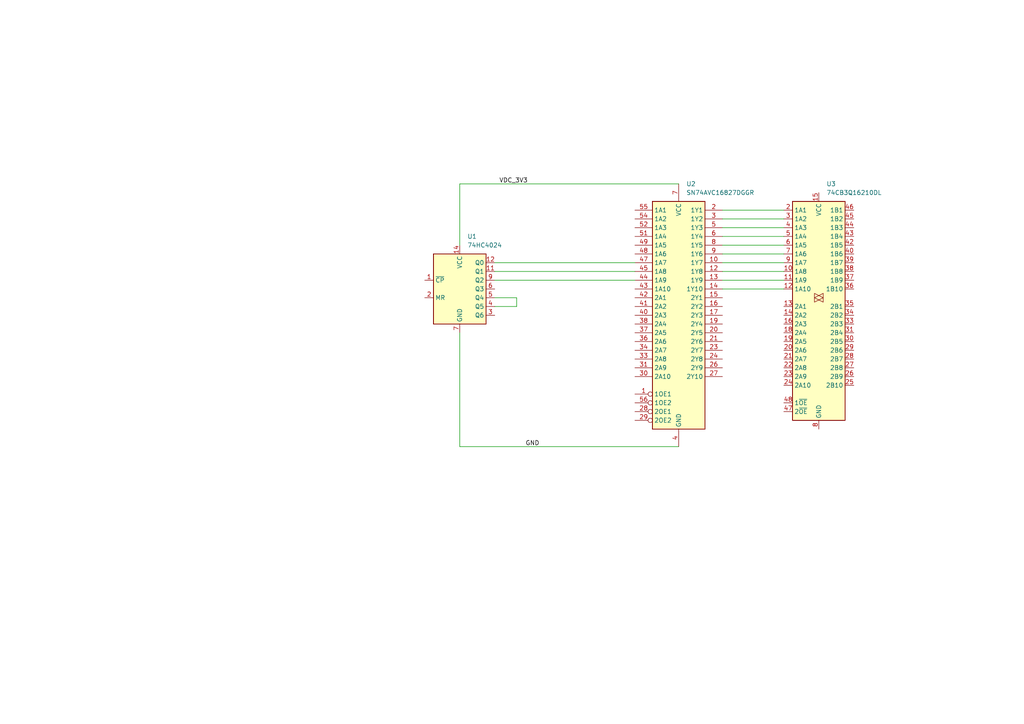
<source format=kicad_sch>
(kicad_sch (version 20230121) (generator eeschema)
  (paper "A4")
  (lib_symbols
    (symbol "74xx:74CB3Q16210DL"
      (property "Reference" "U" (at -7.62 31.75 0))
      (property "Value" "74CB3Q16210DL" (at -8.255 -34.29 0))
      (symbol "74CB3Q16210DL_0_1"
        (rectangle (start -7.62 30.48) (end 7.62 -33.02) (stroke (width 0.254)) (fill (type background)))
      )
      (symbol "74CB3Q16210DL_1_0"
        (polyline (pts (xy 1.27 2.54) (xy -1.27 3.81) (xy -1.27 1.27) (xy 1.27 2.54)) (stroke (width 0.1524)))
        (polyline (pts (xy 1.27 3.81) (xy -1.27 2.54) (xy 1.27 1.27) (xy 1.27 3.81)))
        (pin passive line (at -10.16 10.16 0) (length 2.54) (name "1A8") (number "10"))
        (pin passive line (at -10.16 7.62 0) (length 2.54) (name "1A9") (number "11"))
        (pin passive line (at -10.16 5.08 0) (length 2.54) (name "1A10") (number "12"))
        (pin passive line (at -10.16 0 0) (length 2.54) (name "2A1") (number "13"))
        (pin passive line (at -10.16 -2.54 0) (length 2.54) (name "2A2") (number "14"))
        (pin power_in line (at 0 33.02 270) (length 2.54) (name "VCC") (number "15"))
        (pin passive line (at -10.16 -5.08 0) (length 2.54) (name "2A3") (number "16"))
        (pin passive line (at 0 -35.56 90) (length 2.54) hide (name "GND") (number "17"))
        (pin passive line (at -10.16 -7.62 0) (length 2.54) (name "2A4") (number "18"))
        (pin passive line (at -10.16 -10.16 0) (length 2.54) (name "2A5") (number "19"))
        (pin passive line (at -10.16 27.94 0) (length 2.54) (name "1A1") (number "2"))
        (pin passive line (at -10.16 -12.7 0) (length 2.54) (name "2A6") (number "20"))
        (pin passive line (at -10.16 -15.24 0) (length 2.54) (name "2A7") (number "21"))
        (pin passive line (at -10.16 -17.78 0) (length 2.54) (name "2A8") (number "22"))
        (pin passive line (at -10.16 -20.32 0) (length 2.54) (name "2A9") (number "23"))
        (pin passive line (at -10.16 -22.86 0) (length 2.54) (name "2A10") (number "24"))
        (pin passive line (at 10.16 -22.86 180) (length 2.54) (name "2B10") (number "25"))
        (pin passive line (at 10.16 -20.32 180) (length 2.54) (name "2B9") (number "26"))
        (pin passive line (at 10.16 -17.78 180) (length 2.54) (name "2B8") (number "27"))
        (pin passive line (at 10.16 -15.24 180) (length 2.54) (name "2B7") (number "28"))
        (pin passive line (at 10.16 -12.7 180) (length 2.54) (name "2B6") (number "29"))
        (pin passive line (at -10.16 25.4 0) (length 2.54) (name "1A2") (number "3"))
        (pin passive line (at 10.16 -10.16 180) (length 2.54) (name "2B5") (number "30"))
        (pin passive line (at 10.16 -7.62 180) (length 2.54) (name "2B4") (number "31"))
        (pin passive line (at 0 -35.56 90) (length 2.54) hide (name "GND") (number "32"))
        (pin passive line (at 10.16 -5.08 180) (length 2.54) (name "2B3") (number "33"))
        (pin passive line (at 10.16 -2.54 180) (length 2.54) (name "2B2") (number "34"))
        (pin passive line (at 10.16 0 180) (length 2.54) (name "2B1") (number "35"))
        (pin passive line (at 10.16 5.08 180) (length 2.54) (name "1B10") (number "36"))
        (pin passive line (at 10.16 7.62 180) (length 2.54) (name "1B9") (number "37"))
        (pin passive line (at 10.16 10.16 180) (length 2.54) (name "1B8") (number "38"))
        (pin passive line (at 10.16 12.7 180) (length 2.54) (name "1B7") (number "39"))
        (pin passive line (at -10.16 22.86 0) (length 2.54) (name "1A3") (number "4"))
        (pin passive line (at 10.16 15.24 180) (length 2.54) (name "1B6") (number "40"))
        (pin passive line (at 0 -35.56 90) (length 2.54) hide (name "GND") (number "41"))
        (pin passive line (at 10.16 17.78 180) (length 2.54) (name "1B5") (number "42"))
        (pin passive line (at 10.16 20.32 180) (length 2.54) (name "1B4") (number "43"))
        (pin passive line (at 10.16 22.86 180) (length 2.54) (name "1B3") (number "44"))
        (pin passive line (at 10.16 25.4 180) (length 2.54) (name "1B2") (number "45"))
        (pin passive line (at 10.16 27.94 180) (length 2.54) (name "1B1") (number "46"))
        (pin input line (at -10.16 -30.48 0) (length 2.54) (name "2~{OE}") (number "47"))
        (pin input line (at -10.16 -27.94 0) (length 2.54) (name "1~{OE}") (number "48"))
        (pin passive line (at -10.16 20.32 0) (length 2.54) (name "1A4") (number "5"))
        (pin passive line (at -10.16 17.78 0) (length 2.54) (name "1A5") (number "6"))
        (pin passive line (at -10.16 15.24 0) (length 2.54) (name "1A6") (number "7"))
        (pin power_in line (at 0 -35.56 90) (length 2.54) (name "GND") (number "8"))
        (pin passive line (at -10.16 12.7 0) (length 2.54) (name "1A7") (number "9"))
      )
      (symbol "74CB3Q16210DL_1_1"
        (pin no_connect line (at 7.62 -30.48 180) (length 2.54) hide (name "NC") (number "1"))
      )
    )
    (symbol "74xx:74HC4024"
      (property "Reference" "U" (at -6.35 11.43 0))
      (property "Value" "74HC4024" (at 6.35 11.43 0))
      (symbol "74HC4024_0_1"
        (rectangle (start -7.62 10.16) (end 7.62 -10.16) (stroke (width 0.254)) (fill (type background)))
      )
      (symbol "74HC4024_1_0"
        (pin input line (at -10.16 2.54 0) (length 2.54) (name "~{CP}") (number "1"))
        (pin no_connect line (at -7.62 5.08 0) (length 2.54) hide (name "~") (number "10"))
        (pin output line (at 10.16 5.08 180) (length 2.54) (name "Q1") (number "11"))
        (pin output line (at 10.16 7.62 180) (length 2.54) (name "Q0") (number "12"))
        (pin no_connect line (at -7.62 -5.08 0) (length 2.54) hide (name "~") (number "13"))
        (pin power_in line (at 0 12.7 270) (length 2.54) (name "VCC") (number "14"))
        (pin input line (at -10.16 -2.54 0) (length 2.54) (name "MR") (number "2"))
        (pin output line (at 10.16 -7.62 180) (length 2.54) (name "Q6") (number "3"))
        (pin output line (at 10.16 -5.08 180) (length 2.54) (name "Q5") (number "4"))
        (pin output line (at 10.16 -2.54 180) (length 2.54) (name "Q4") (number "5"))
        (pin output line (at 10.16 0 180) (length 2.54) (name "Q3") (number "6"))
        (pin power_in line (at 0 -12.7 90) (length 2.54) (name "GND") (number "7"))
        (pin no_connect line (at -7.62 7.62 0) (length 2.54) hide (name "~") (number "8"))
        (pin output line (at 10.16 2.54 180) (length 2.54) (name "Q2") (number "9"))
      )
    )
    (symbol "74xx:SN74AVC16827DGGR"
      (property "Reference" "U" (at -6.35 34.29 0))
      (property "Value" "SN74AVC16827DGGR" (at 10.16 34.29 0))
      (symbol "SN74AVC16827DGGR_0_1"
        (rectangle (start -7.62 33.02) (end 7.62 -33.02) (stroke (width 0.254)) (fill (type background)))
      )
      (symbol "SN74AVC16827DGGR_1_1"
        (pin input inverted (at -12.7 -22.86 0) (length 5.08) (name "1OE1") (number "1"))
        (pin output line (at 12.7 15.24 180) (length 5.08) (name "1Y7") (number "10"))
        (pin passive line (at 0 -38.1 90) (length 5.08) hide (name "GND") (number "11"))
        (pin output line (at 12.7 12.7 180) (length 5.08) (name "1Y8") (number "12"))
        (pin output line (at 12.7 10.16 180) (length 5.08) (name "1Y9") (number "13"))
        (pin output line (at 12.7 7.62 180) (length 5.08) (name "1Y10") (number "14"))
        (pin output line (at 12.7 5.08 180) (length 5.08) (name "2Y1") (number "15"))
        (pin output line (at 12.7 2.54 180) (length 5.08) (name "2Y2") (number "16"))
        (pin output line (at 12.7 0 180) (length 5.08) (name "2Y3") (number "17"))
        (pin passive line (at 0 -38.1 90) (length 5.08) hide (name "GND") (number "18"))
        (pin output line (at 12.7 -2.54 180) (length 5.08) (name "2Y4") (number "19"))
        (pin output line (at 12.7 30.48 180) (length 5.08) (name "1Y1") (number "2"))
        (pin output line (at 12.7 -5.08 180) (length 5.08) (name "2Y5") (number "20"))
        (pin output line (at 12.7 -7.62 180) (length 5.08) (name "2Y6") (number "21"))
        (pin passive line (at 0 38.1 270) (length 5.08) hide (name "VCC") (number "22"))
        (pin output line (at 12.7 -10.16 180) (length 5.08) (name "2Y7") (number "23"))
        (pin output line (at 12.7 -12.7 180) (length 5.08) (name "2Y8") (number "24"))
        (pin passive line (at 0 -38.1 90) (length 5.08) hide (name "GND") (number "25"))
        (pin output line (at 12.7 -15.24 180) (length 5.08) (name "2Y9") (number "26"))
        (pin output line (at 12.7 -17.78 180) (length 5.08) (name "2Y10") (number "27"))
        (pin input inverted (at -12.7 -27.94 0) (length 5.08) (name "2OE1") (number "28"))
        (pin input inverted (at -12.7 -30.48 0) (length 5.08) (name "2OE2") (number "29"))
        (pin output line (at 12.7 27.94 180) (length 5.08) (name "1Y2") (number "3"))
        (pin input line (at -12.7 -17.78 0) (length 5.08) (name "2A10") (number "30"))
        (pin input line (at -12.7 -15.24 0) (length 5.08) (name "2A9") (number "31"))
        (pin passive line (at 0 -38.1 90) (length 5.08) hide (name "GND") (number "32"))
        (pin input line (at -12.7 -12.7 0) (length 5.08) (name "2A8") (number "33"))
        (pin input line (at -12.7 -10.16 0) (length 5.08) (name "2A7") (number "34"))
        (pin passive line (at 0 38.1 270) (length 5.08) hide (name "VCC") (number "35"))
        (pin input line (at -12.7 -7.62 0) (length 5.08) (name "2A6") (number "36"))
        (pin input line (at -12.7 -5.08 0) (length 5.08) (name "2A5") (number "37"))
        (pin input line (at -12.7 -2.54 0) (length 5.08) (name "2A4") (number "38"))
        (pin passive line (at 0 -38.1 90) (length 5.08) hide (name "GND") (number "39"))
        (pin power_in line (at 0 -38.1 90) (length 5.08) (name "GND") (number "4"))
        (pin input line (at -12.7 0 0) (length 5.08) (name "2A3") (number "40"))
        (pin input line (at -12.7 2.54 0) (length 5.08) (name "2A2") (number "41"))
        (pin input line (at -12.7 5.08 0) (length 5.08) (name "2A1") (number "42"))
        (pin input line (at -12.7 7.62 0) (length 5.08) (name "1A10") (number "43"))
        (pin input line (at -12.7 10.16 0) (length 5.08) (name "1A9") (number "44"))
        (pin input line (at -12.7 12.7 0) (length 5.08) (name "1A8") (number "45"))
        (pin passive line (at 0 -38.1 90) (length 5.08) hide (name "GND") (number "46"))
        (pin input line (at -12.7 15.24 0) (length 5.08) (name "1A7") (number "47"))
        (pin input line (at -12.7 17.78 0) (length 5.08) (name "1A6") (number "48"))
        (pin input line (at -12.7 20.32 0) (length 5.08) (name "1A5") (number "49"))
        (pin output line (at 12.7 25.4 180) (length 5.08) (name "1Y3") (number "5"))
        (pin passive line (at 0 38.1 270) (length 5.08) hide (name "VCC") (number "50"))
        (pin input line (at -12.7 22.86 0) (length 5.08) (name "1A4") (number "51"))
        (pin input line (at -12.7 25.4 0) (length 5.08) (name "1A3") (number "52"))
        (pin passive line (at 0 -38.1 90) (length 5.08) hide (name "GND") (number "53"))
        (pin input line (at -12.7 27.94 0) (length 5.08) (name "1A2") (number "54"))
        (pin input line (at -12.7 30.48 0) (length 5.08) (name "1A1") (number "55"))
        (pin input inverted (at -12.7 -25.4 0) (length 5.08) (name "1OE2") (number "56"))
        (pin output line (at 12.7 22.86 180) (length 5.08) (name "1Y4") (number "6"))
        (pin power_in line (at 0 38.1 270) (length 5.08) (name "VCC") (number "7"))
        (pin output line (at 12.7 20.32 180) (length 5.08) (name "1Y5") (number "8"))
        (pin output line (at 12.7 17.78 180) (length 5.08) (name "1Y6") (number "9"))
      )
    )
  )
  (wire (pts (xy 133.35 53.34) (xy 196.85 53.34)))
  (wire (pts (xy 143.51 86.36) (xy 149.86 86.36)))
  (wire (pts (xy 133.35 71.12) (xy 133.35 53.34)))
  (wire (pts (xy 143.51 81.28) (xy 184.15 81.28)))
  (wire (pts (xy 209.55 63.5) (xy 227.33 63.5)))
  (wire (pts (xy 209.55 81.28) (xy 227.33 81.28)))
  (wire (pts (xy 209.55 71.12) (xy 227.33 71.12)))
  (wire (pts (xy 143.51 76.2) (xy 184.15 76.2)))
  (wire (pts (xy 143.51 88.9) (xy 149.86 88.9)))
  (wire (pts (xy 133.35 96.52) (xy 133.35 129.54)))
  (wire (pts (xy 143.51 78.74) (xy 184.15 78.74)))
  (wire (pts (xy 209.55 60.96) (xy 227.33 60.96)))
  (wire (pts (xy 209.55 66.04) (xy 227.33 66.04)))
  (wire (pts (xy 209.55 78.74) (xy 227.33 78.74)))
  (wire (pts (xy 209.55 73.66) (xy 227.33 73.66)))
  (wire (pts (xy 209.55 68.58) (xy 227.33 68.58)))
  (wire (pts (xy 196.85 129.54) (xy 133.35 129.54)))
  (wire (pts (xy 209.55 83.82) (xy 227.33 83.82)))
  (wire (pts (xy 149.86 88.9) (xy 149.86 86.36)))
  (wire (pts (xy 209.55 76.2) (xy 227.33 76.2)))
  (label "GND" (at 152.4 129.54 0))
  (label "VDC_3V3" (at 144.78 53.34 0))
  (symbol (lib_id "74xx:74HC4024") (at 133.35 83.82 0) (unit 1)
    (property "Reference" "U1" (at 135.5441 68.58 0) (effects (justify left)))
    (property "Value" "74HC4024" (at 135.5441 71.12 0) (effects (justify left)))
    (property "Footprint" "Package_SO:SOIC-14_3.9x8.7mm_P1.27mm" (effects hide))
    (property "Datasheet" "https://assets.nexperia.com/documents/data-sheet/74HC4024.pdf" (effects hide))
  )
  (symbol (lib_id "74xx:74CB3Q16210DL") (at 237.49 88.9 0) (unit 1)
    (property "Reference" "U3" (at 239.6841 53.34 0) (effects (justify left)))
    (property "Value" "74CB3Q16210DL" (at 239.6841 55.88 0) (effects (justify left)))
    (property "Footprint" "Package_SO:SSOP-48_7.5x15.9mm_P0.635mm" (effects hide))
    (property "Datasheet" "https://www.ti.com/lit/ds/symlink/sn74cb3q16210.pdf" (effects hide))
  )
  (symbol (lib_id "74xx:SN74AVC16827DGGR") (at 196.85 91.44 0) (unit 1)
    (property "Reference" "U2" (at 199.0441 53.34 0) (effects (justify left)))
    (property "Value" "SN74AVC16827DGGR" (at 199.0441 55.88 0) (effects (justify left)))
    (property "Footprint" "Package_SO:TSSOP-56_6.1x14mm_P0.5mm" (effects hide))
    (property "Datasheet" "http://www.ti.com/lit/ds/symlink/sn74avc16827.pdf" (effects hide))
  )
)
</source>
